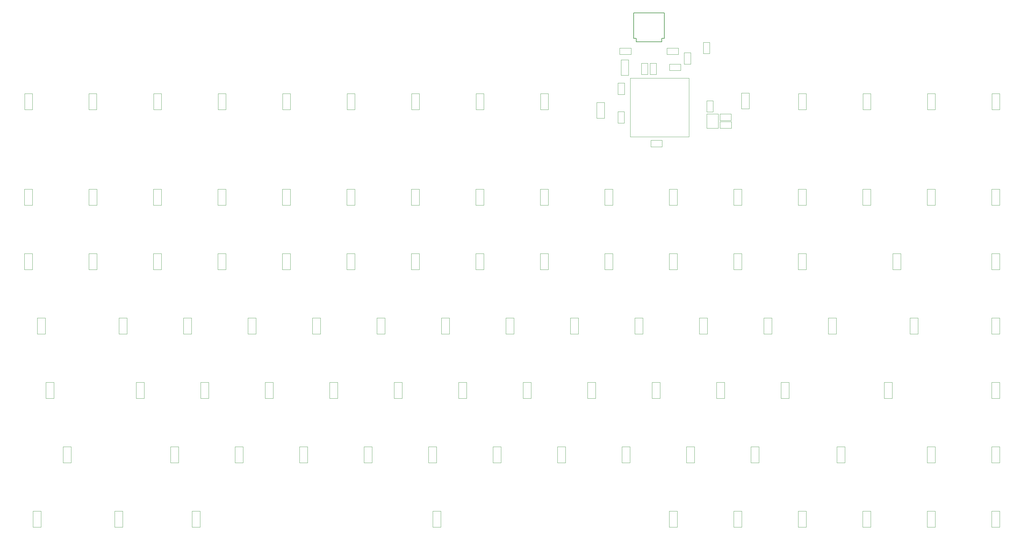
<source format=gbr>
G04 #@! TF.GenerationSoftware,KiCad,Pcbnew,(5.1.9-0-10_14)*
G04 #@! TF.CreationDate,2021-04-15T17:38:18+09:00*
G04 #@! TF.ProjectId,JupiterAdvanced,4a757069-7465-4724-9164-76616e636564,1*
G04 #@! TF.SameCoordinates,Original*
G04 #@! TF.FileFunction,Other,User*
%FSLAX46Y46*%
G04 Gerber Fmt 4.6, Leading zero omitted, Abs format (unit mm)*
G04 Created by KiCad (PCBNEW (5.1.9-0-10_14)) date 2021-04-15 17:38:18*
%MOMM*%
%LPD*%
G01*
G04 APERTURE LIST*
%ADD10C,0.050000*%
%ADD11C,0.150000*%
G04 APERTURE END LIST*
D10*
X260347420Y-98888580D02*
X262247420Y-98888580D01*
X262247420Y-98888580D02*
X262247420Y-95528580D01*
X262247420Y-95528580D02*
X260347420Y-95528580D01*
X260347420Y-95528580D02*
X260347420Y-98888580D01*
X262867100Y-98888580D02*
X264767100Y-98888580D01*
X264767100Y-98888580D02*
X264767100Y-95528580D01*
X264767100Y-95528580D02*
X262867100Y-95528580D01*
X262867100Y-95528580D02*
X262867100Y-98888580D01*
X283049100Y-110559520D02*
X283049100Y-114759520D01*
X279649100Y-110559520D02*
X283049100Y-110559520D01*
X279649100Y-114759520D02*
X279649100Y-110559520D01*
X283049100Y-114759520D02*
X279649100Y-114759520D01*
D11*
X266350240Y-89195980D02*
X266350240Y-88195980D01*
X258850240Y-89195980D02*
X266350240Y-89195980D01*
X258850240Y-88195980D02*
X258850240Y-89195980D01*
X258100240Y-80695980D02*
X258100240Y-88195980D01*
X267100240Y-80695980D02*
X258100240Y-80695980D01*
X267100240Y-88195980D02*
X267100240Y-80695980D01*
X266350240Y-88195980D02*
X267100240Y-88195980D01*
X258100240Y-88195980D02*
X258850240Y-88195980D01*
D10*
X274445320Y-99931820D02*
X274445320Y-117331820D01*
X257045320Y-99931820D02*
X257045320Y-117331820D01*
X257045320Y-117331820D02*
X274445320Y-117331820D01*
X257045320Y-99931820D02*
X274445320Y-99931820D01*
X280510020Y-92723520D02*
X280510020Y-89363520D01*
X278610020Y-92723520D02*
X280510020Y-92723520D01*
X278610020Y-89363520D02*
X278610020Y-92723520D01*
X280510020Y-89363520D02*
X278610020Y-89363520D01*
X266493020Y-118348720D02*
X263133020Y-118348720D01*
X266493020Y-120248720D02*
X266493020Y-118348720D01*
X263133020Y-120248720D02*
X266493020Y-120248720D01*
X263133020Y-118348720D02*
X263133020Y-120248720D01*
X253930120Y-92956420D02*
X257290120Y-92956420D01*
X253930120Y-91056420D02*
X253930120Y-92956420D01*
X257290120Y-91056420D02*
X253930120Y-91056420D01*
X257290120Y-92956420D02*
X257290120Y-91056420D01*
X271293620Y-91056420D02*
X267933620Y-91056420D01*
X271293620Y-92956420D02*
X271293620Y-91056420D01*
X267933620Y-92956420D02*
X271293620Y-92956420D01*
X267933620Y-91056420D02*
X267933620Y-92956420D01*
X254335420Y-94565120D02*
X254335420Y-99125120D01*
X256575420Y-94565120D02*
X254335420Y-94565120D01*
X256575420Y-99125120D02*
X256575420Y-94565120D01*
X254335420Y-99125120D02*
X256575420Y-99125120D01*
X366157120Y-232791620D02*
X363857120Y-232791620D01*
X363857120Y-228091620D02*
X363857120Y-232791620D01*
X366157120Y-228091620D02*
X363857120Y-228091620D01*
X366157120Y-232791620D02*
X366157120Y-228091620D01*
X366157120Y-213741620D02*
X363857120Y-213741620D01*
X363857120Y-209041620D02*
X363857120Y-213741620D01*
X366157120Y-209041620D02*
X363857120Y-209041620D01*
X366157120Y-213741620D02*
X366157120Y-209041620D01*
X366157120Y-194691620D02*
X363857120Y-194691620D01*
X363857120Y-189991620D02*
X363857120Y-194691620D01*
X366157120Y-189991620D02*
X363857120Y-189991620D01*
X366157120Y-194691620D02*
X366157120Y-189991620D01*
X366157120Y-175641620D02*
X363857120Y-175641620D01*
X363857120Y-170941620D02*
X363857120Y-175641620D01*
X366157120Y-170941620D02*
X363857120Y-170941620D01*
X366157120Y-175641620D02*
X366157120Y-170941620D01*
X366157120Y-156591620D02*
X363857120Y-156591620D01*
X363857120Y-151891620D02*
X363857120Y-156591620D01*
X366157120Y-151891620D02*
X363857120Y-151891620D01*
X366157120Y-156591620D02*
X366157120Y-151891620D01*
X366157120Y-137541620D02*
X363857120Y-137541620D01*
X363857120Y-132841620D02*
X363857120Y-137541620D01*
X366157120Y-132841620D02*
X363857120Y-132841620D01*
X366157120Y-137541620D02*
X366157120Y-132841620D01*
X366182520Y-109244820D02*
X363882520Y-109244820D01*
X363882520Y-104544820D02*
X363882520Y-109244820D01*
X366182520Y-104544820D02*
X363882520Y-104544820D01*
X366182520Y-109244820D02*
X366182520Y-104544820D01*
X347107120Y-232791620D02*
X344807120Y-232791620D01*
X344807120Y-228091620D02*
X344807120Y-232791620D01*
X347107120Y-228091620D02*
X344807120Y-228091620D01*
X347107120Y-232791620D02*
X347107120Y-228091620D01*
X347107120Y-213741620D02*
X344807120Y-213741620D01*
X344807120Y-209041620D02*
X344807120Y-213741620D01*
X347107120Y-209041620D02*
X344807120Y-209041620D01*
X347107120Y-213741620D02*
X347107120Y-209041620D01*
X342027120Y-175641620D02*
X339727120Y-175641620D01*
X339727120Y-170941620D02*
X339727120Y-175641620D01*
X342027120Y-170941620D02*
X339727120Y-170941620D01*
X342027120Y-175641620D02*
X342027120Y-170941620D01*
X336947120Y-156591620D02*
X334647120Y-156591620D01*
X334647120Y-151891620D02*
X334647120Y-156591620D01*
X336947120Y-151891620D02*
X334647120Y-151891620D01*
X336947120Y-156591620D02*
X336947120Y-151891620D01*
X347107120Y-137541620D02*
X344807120Y-137541620D01*
X344807120Y-132841620D02*
X344807120Y-137541620D01*
X347107120Y-132841620D02*
X344807120Y-132841620D01*
X347107120Y-137541620D02*
X347107120Y-132841620D01*
X347132520Y-109244820D02*
X344832520Y-109244820D01*
X344832520Y-104544820D02*
X344832520Y-109244820D01*
X347132520Y-104544820D02*
X344832520Y-104544820D01*
X347132520Y-109244820D02*
X347132520Y-104544820D01*
X328057120Y-232791620D02*
X325757120Y-232791620D01*
X325757120Y-228091620D02*
X325757120Y-232791620D01*
X328057120Y-228091620D02*
X325757120Y-228091620D01*
X328057120Y-232791620D02*
X328057120Y-228091620D01*
X320437120Y-213741620D02*
X318137120Y-213741620D01*
X318137120Y-209041620D02*
X318137120Y-213741620D01*
X320437120Y-209041620D02*
X318137120Y-209041620D01*
X320437120Y-213741620D02*
X320437120Y-209041620D01*
X334407120Y-194691620D02*
X332107120Y-194691620D01*
X332107120Y-189991620D02*
X332107120Y-194691620D01*
X334407120Y-189991620D02*
X332107120Y-189991620D01*
X334407120Y-194691620D02*
X334407120Y-189991620D01*
X317897120Y-175641620D02*
X315597120Y-175641620D01*
X315597120Y-170941620D02*
X315597120Y-175641620D01*
X317897120Y-170941620D02*
X315597120Y-170941620D01*
X317897120Y-175641620D02*
X317897120Y-170941620D01*
X328057120Y-137541620D02*
X325757120Y-137541620D01*
X325757120Y-132841620D02*
X325757120Y-137541620D01*
X328057120Y-132841620D02*
X325757120Y-132841620D01*
X328057120Y-137541620D02*
X328057120Y-132841620D01*
X328082520Y-109244820D02*
X325782520Y-109244820D01*
X325782520Y-104544820D02*
X325782520Y-109244820D01*
X328082520Y-104544820D02*
X325782520Y-104544820D01*
X328082520Y-109244820D02*
X328082520Y-104544820D01*
X309007120Y-232791620D02*
X306707120Y-232791620D01*
X306707120Y-228091620D02*
X306707120Y-232791620D01*
X309007120Y-228091620D02*
X306707120Y-228091620D01*
X309007120Y-232791620D02*
X309007120Y-228091620D01*
X303927120Y-194691620D02*
X301627120Y-194691620D01*
X301627120Y-189991620D02*
X301627120Y-194691620D01*
X303927120Y-189991620D02*
X301627120Y-189991620D01*
X303927120Y-194691620D02*
X303927120Y-189991620D01*
X298847120Y-175641620D02*
X296547120Y-175641620D01*
X296547120Y-170941620D02*
X296547120Y-175641620D01*
X298847120Y-170941620D02*
X296547120Y-170941620D01*
X298847120Y-175641620D02*
X298847120Y-170941620D01*
X309007120Y-156591620D02*
X306707120Y-156591620D01*
X306707120Y-151891620D02*
X306707120Y-156591620D01*
X309007120Y-151891620D02*
X306707120Y-151891620D01*
X309007120Y-156591620D02*
X309007120Y-151891620D01*
X309007120Y-137541620D02*
X306707120Y-137541620D01*
X306707120Y-132841620D02*
X306707120Y-137541620D01*
X309007120Y-132841620D02*
X306707120Y-132841620D01*
X309007120Y-137541620D02*
X309007120Y-132841620D01*
X309032520Y-109244820D02*
X306732520Y-109244820D01*
X306732520Y-104544820D02*
X306732520Y-109244820D01*
X309032520Y-104544820D02*
X306732520Y-104544820D01*
X309032520Y-109244820D02*
X309032520Y-104544820D01*
X289957120Y-232791620D02*
X287657120Y-232791620D01*
X287657120Y-228091620D02*
X287657120Y-232791620D01*
X289957120Y-228091620D02*
X287657120Y-228091620D01*
X289957120Y-232791620D02*
X289957120Y-228091620D01*
X295037120Y-213741620D02*
X292737120Y-213741620D01*
X292737120Y-209041620D02*
X292737120Y-213741620D01*
X295037120Y-209041620D02*
X292737120Y-209041620D01*
X295037120Y-213741620D02*
X295037120Y-209041620D01*
X284877120Y-194691620D02*
X282577120Y-194691620D01*
X282577120Y-189991620D02*
X282577120Y-194691620D01*
X284877120Y-189991620D02*
X282577120Y-189991620D01*
X284877120Y-194691620D02*
X284877120Y-189991620D01*
X279797120Y-175641620D02*
X277497120Y-175641620D01*
X277497120Y-170941620D02*
X277497120Y-175641620D01*
X279797120Y-170941620D02*
X277497120Y-170941620D01*
X279797120Y-175641620D02*
X279797120Y-170941620D01*
X289957120Y-156591620D02*
X287657120Y-156591620D01*
X287657120Y-151891620D02*
X287657120Y-156591620D01*
X289957120Y-151891620D02*
X287657120Y-151891620D01*
X289957120Y-156591620D02*
X289957120Y-151891620D01*
X289957120Y-137541620D02*
X287657120Y-137541620D01*
X287657120Y-132841620D02*
X287657120Y-137541620D01*
X289957120Y-132841620D02*
X287657120Y-132841620D01*
X289957120Y-137541620D02*
X289957120Y-132841620D01*
X292235020Y-109063020D02*
X289935020Y-109063020D01*
X289935020Y-104363020D02*
X289935020Y-109063020D01*
X292235020Y-104363020D02*
X289935020Y-104363020D01*
X292235020Y-109063020D02*
X292235020Y-104363020D01*
X270907120Y-232791620D02*
X268607120Y-232791620D01*
X268607120Y-228091620D02*
X268607120Y-232791620D01*
X270907120Y-228091620D02*
X268607120Y-228091620D01*
X270907120Y-232791620D02*
X270907120Y-228091620D01*
X275987120Y-213741620D02*
X273687120Y-213741620D01*
X273687120Y-209041620D02*
X273687120Y-213741620D01*
X275987120Y-209041620D02*
X273687120Y-209041620D01*
X275987120Y-213741620D02*
X275987120Y-209041620D01*
X265827120Y-194691620D02*
X263527120Y-194691620D01*
X263527120Y-189991620D02*
X263527120Y-194691620D01*
X265827120Y-189991620D02*
X263527120Y-189991620D01*
X265827120Y-194691620D02*
X265827120Y-189991620D01*
X260747120Y-175641620D02*
X258447120Y-175641620D01*
X258447120Y-170941620D02*
X258447120Y-175641620D01*
X260747120Y-170941620D02*
X258447120Y-170941620D01*
X260747120Y-175641620D02*
X260747120Y-170941620D01*
X270907120Y-156591620D02*
X268607120Y-156591620D01*
X268607120Y-151891620D02*
X268607120Y-156591620D01*
X270907120Y-151891620D02*
X268607120Y-151891620D01*
X270907120Y-156591620D02*
X270907120Y-151891620D01*
X270907120Y-137541620D02*
X268607120Y-137541620D01*
X268607120Y-132841620D02*
X268607120Y-137541620D01*
X270907120Y-132841620D02*
X268607120Y-132841620D01*
X270907120Y-137541620D02*
X270907120Y-132841620D01*
X256937120Y-213741620D02*
X254637120Y-213741620D01*
X254637120Y-209041620D02*
X254637120Y-213741620D01*
X256937120Y-209041620D02*
X254637120Y-209041620D01*
X256937120Y-213741620D02*
X256937120Y-209041620D01*
X246777120Y-194691620D02*
X244477120Y-194691620D01*
X244477120Y-189991620D02*
X244477120Y-194691620D01*
X246777120Y-189991620D02*
X244477120Y-189991620D01*
X246777120Y-194691620D02*
X246777120Y-189991620D01*
X241697120Y-175641620D02*
X239397120Y-175641620D01*
X239397120Y-170941620D02*
X239397120Y-175641620D01*
X241697120Y-170941620D02*
X239397120Y-170941620D01*
X241697120Y-175641620D02*
X241697120Y-170941620D01*
X251857120Y-156591620D02*
X249557120Y-156591620D01*
X249557120Y-151891620D02*
X249557120Y-156591620D01*
X251857120Y-151891620D02*
X249557120Y-151891620D01*
X251857120Y-156591620D02*
X251857120Y-151891620D01*
X251857120Y-137541620D02*
X249557120Y-137541620D01*
X249557120Y-132841620D02*
X249557120Y-137541620D01*
X251857120Y-132841620D02*
X249557120Y-132841620D01*
X251857120Y-137541620D02*
X251857120Y-132841620D01*
X249480720Y-111847860D02*
X247180720Y-111847860D01*
X247180720Y-107147860D02*
X247180720Y-111847860D01*
X249480720Y-107147860D02*
X247180720Y-107147860D01*
X249480720Y-111847860D02*
X249480720Y-107147860D01*
X237887120Y-213741620D02*
X235587120Y-213741620D01*
X235587120Y-209041620D02*
X235587120Y-213741620D01*
X237887120Y-209041620D02*
X235587120Y-209041620D01*
X237887120Y-213741620D02*
X237887120Y-209041620D01*
X227727120Y-194691620D02*
X225427120Y-194691620D01*
X225427120Y-189991620D02*
X225427120Y-194691620D01*
X227727120Y-189991620D02*
X225427120Y-189991620D01*
X227727120Y-194691620D02*
X227727120Y-189991620D01*
X222647120Y-175641620D02*
X220347120Y-175641620D01*
X220347120Y-170941620D02*
X220347120Y-175641620D01*
X222647120Y-170941620D02*
X220347120Y-170941620D01*
X222647120Y-175641620D02*
X222647120Y-170941620D01*
X232807120Y-156591620D02*
X230507120Y-156591620D01*
X230507120Y-151891620D02*
X230507120Y-156591620D01*
X232807120Y-151891620D02*
X230507120Y-151891620D01*
X232807120Y-156591620D02*
X232807120Y-151891620D01*
X232807120Y-137541620D02*
X230507120Y-137541620D01*
X230507120Y-132841620D02*
X230507120Y-137541620D01*
X232807120Y-132841620D02*
X230507120Y-132841620D01*
X232807120Y-137541620D02*
X232807120Y-132841620D01*
X232832520Y-109244820D02*
X230532520Y-109244820D01*
X230532520Y-104544820D02*
X230532520Y-109244820D01*
X232832520Y-104544820D02*
X230532520Y-104544820D01*
X232832520Y-109244820D02*
X232832520Y-104544820D01*
X218837120Y-213741620D02*
X216537120Y-213741620D01*
X216537120Y-209041620D02*
X216537120Y-213741620D01*
X218837120Y-209041620D02*
X216537120Y-209041620D01*
X218837120Y-213741620D02*
X218837120Y-209041620D01*
X208677120Y-194691620D02*
X206377120Y-194691620D01*
X206377120Y-189991620D02*
X206377120Y-194691620D01*
X208677120Y-189991620D02*
X206377120Y-189991620D01*
X208677120Y-194691620D02*
X208677120Y-189991620D01*
X203597120Y-175641620D02*
X201297120Y-175641620D01*
X201297120Y-170941620D02*
X201297120Y-175641620D01*
X203597120Y-170941620D02*
X201297120Y-170941620D01*
X203597120Y-175641620D02*
X203597120Y-170941620D01*
X213757120Y-156591620D02*
X211457120Y-156591620D01*
X211457120Y-151891620D02*
X211457120Y-156591620D01*
X213757120Y-151891620D02*
X211457120Y-151891620D01*
X213757120Y-156591620D02*
X213757120Y-151891620D01*
X213757120Y-137541620D02*
X211457120Y-137541620D01*
X211457120Y-132841620D02*
X211457120Y-137541620D01*
X213757120Y-132841620D02*
X211457120Y-132841620D01*
X213757120Y-137541620D02*
X213757120Y-132841620D01*
X213782520Y-109244820D02*
X211482520Y-109244820D01*
X211482520Y-104544820D02*
X211482520Y-109244820D01*
X213782520Y-104544820D02*
X211482520Y-104544820D01*
X213782520Y-109244820D02*
X213782520Y-104544820D01*
X201057120Y-232791620D02*
X198757120Y-232791620D01*
X198757120Y-228091620D02*
X198757120Y-232791620D01*
X201057120Y-228091620D02*
X198757120Y-228091620D01*
X201057120Y-232791620D02*
X201057120Y-228091620D01*
X199787120Y-213741620D02*
X197487120Y-213741620D01*
X197487120Y-209041620D02*
X197487120Y-213741620D01*
X199787120Y-209041620D02*
X197487120Y-209041620D01*
X199787120Y-213741620D02*
X199787120Y-209041620D01*
X189627120Y-194691620D02*
X187327120Y-194691620D01*
X187327120Y-189991620D02*
X187327120Y-194691620D01*
X189627120Y-189991620D02*
X187327120Y-189991620D01*
X189627120Y-194691620D02*
X189627120Y-189991620D01*
X184547120Y-175641620D02*
X182247120Y-175641620D01*
X182247120Y-170941620D02*
X182247120Y-175641620D01*
X184547120Y-170941620D02*
X182247120Y-170941620D01*
X184547120Y-175641620D02*
X184547120Y-170941620D01*
X194707120Y-156591620D02*
X192407120Y-156591620D01*
X192407120Y-151891620D02*
X192407120Y-156591620D01*
X194707120Y-151891620D02*
X192407120Y-151891620D01*
X194707120Y-156591620D02*
X194707120Y-151891620D01*
X194707120Y-137541620D02*
X192407120Y-137541620D01*
X192407120Y-132841620D02*
X192407120Y-137541620D01*
X194707120Y-132841620D02*
X192407120Y-132841620D01*
X194707120Y-137541620D02*
X194707120Y-132841620D01*
X194732520Y-109244820D02*
X192432520Y-109244820D01*
X192432520Y-104544820D02*
X192432520Y-109244820D01*
X194732520Y-104544820D02*
X192432520Y-104544820D01*
X194732520Y-109244820D02*
X194732520Y-104544820D01*
X180737120Y-213741620D02*
X178437120Y-213741620D01*
X178437120Y-209041620D02*
X178437120Y-213741620D01*
X180737120Y-209041620D02*
X178437120Y-209041620D01*
X180737120Y-213741620D02*
X180737120Y-209041620D01*
X170577120Y-194691620D02*
X168277120Y-194691620D01*
X168277120Y-189991620D02*
X168277120Y-194691620D01*
X170577120Y-189991620D02*
X168277120Y-189991620D01*
X170577120Y-194691620D02*
X170577120Y-189991620D01*
X165497120Y-175641620D02*
X163197120Y-175641620D01*
X163197120Y-170941620D02*
X163197120Y-175641620D01*
X165497120Y-170941620D02*
X163197120Y-170941620D01*
X165497120Y-175641620D02*
X165497120Y-170941620D01*
X175657120Y-156591620D02*
X173357120Y-156591620D01*
X173357120Y-151891620D02*
X173357120Y-156591620D01*
X175657120Y-151891620D02*
X173357120Y-151891620D01*
X175657120Y-156591620D02*
X175657120Y-151891620D01*
X175657120Y-137541620D02*
X173357120Y-137541620D01*
X173357120Y-132841620D02*
X173357120Y-137541620D01*
X175657120Y-132841620D02*
X173357120Y-132841620D01*
X175657120Y-137541620D02*
X175657120Y-132841620D01*
X175682520Y-109244820D02*
X173382520Y-109244820D01*
X173382520Y-104544820D02*
X173382520Y-109244820D01*
X175682520Y-104544820D02*
X173382520Y-104544820D01*
X175682520Y-109244820D02*
X175682520Y-104544820D01*
X161687120Y-213741620D02*
X159387120Y-213741620D01*
X159387120Y-209041620D02*
X159387120Y-213741620D01*
X161687120Y-209041620D02*
X159387120Y-209041620D01*
X161687120Y-213741620D02*
X161687120Y-209041620D01*
X151527120Y-194691620D02*
X149227120Y-194691620D01*
X149227120Y-189991620D02*
X149227120Y-194691620D01*
X151527120Y-189991620D02*
X149227120Y-189991620D01*
X151527120Y-194691620D02*
X151527120Y-189991620D01*
X146447120Y-175641620D02*
X144147120Y-175641620D01*
X144147120Y-170941620D02*
X144147120Y-175641620D01*
X146447120Y-170941620D02*
X144147120Y-170941620D01*
X146447120Y-175641620D02*
X146447120Y-170941620D01*
X156607120Y-156591620D02*
X154307120Y-156591620D01*
X154307120Y-151891620D02*
X154307120Y-156591620D01*
X156607120Y-151891620D02*
X154307120Y-151891620D01*
X156607120Y-156591620D02*
X156607120Y-151891620D01*
X156607120Y-137541620D02*
X154307120Y-137541620D01*
X154307120Y-132841620D02*
X154307120Y-137541620D01*
X156607120Y-132841620D02*
X154307120Y-132841620D01*
X156607120Y-137541620D02*
X156607120Y-132841620D01*
X156632520Y-109244820D02*
X154332520Y-109244820D01*
X154332520Y-104544820D02*
X154332520Y-109244820D01*
X156632520Y-104544820D02*
X154332520Y-104544820D01*
X156632520Y-109244820D02*
X156632520Y-104544820D01*
X129937120Y-232791620D02*
X127637120Y-232791620D01*
X127637120Y-228091620D02*
X127637120Y-232791620D01*
X129937120Y-228091620D02*
X127637120Y-228091620D01*
X129937120Y-232791620D02*
X129937120Y-228091620D01*
X142637120Y-213741620D02*
X140337120Y-213741620D01*
X140337120Y-209041620D02*
X140337120Y-213741620D01*
X142637120Y-209041620D02*
X140337120Y-209041620D01*
X142637120Y-213741620D02*
X142637120Y-209041620D01*
X132477120Y-194691620D02*
X130177120Y-194691620D01*
X130177120Y-189991620D02*
X130177120Y-194691620D01*
X132477120Y-189991620D02*
X130177120Y-189991620D01*
X132477120Y-194691620D02*
X132477120Y-189991620D01*
X127397120Y-175641620D02*
X125097120Y-175641620D01*
X125097120Y-170941620D02*
X125097120Y-175641620D01*
X127397120Y-170941620D02*
X125097120Y-170941620D01*
X127397120Y-175641620D02*
X127397120Y-170941620D01*
X137557120Y-156591620D02*
X135257120Y-156591620D01*
X135257120Y-151891620D02*
X135257120Y-156591620D01*
X137557120Y-151891620D02*
X135257120Y-151891620D01*
X137557120Y-156591620D02*
X137557120Y-151891620D01*
X137557120Y-137541620D02*
X135257120Y-137541620D01*
X135257120Y-132841620D02*
X135257120Y-137541620D01*
X137557120Y-132841620D02*
X135257120Y-132841620D01*
X137557120Y-137541620D02*
X137557120Y-132841620D01*
X137582520Y-109244820D02*
X135282520Y-109244820D01*
X135282520Y-104544820D02*
X135282520Y-109244820D01*
X137582520Y-104544820D02*
X135282520Y-104544820D01*
X137582520Y-109244820D02*
X137582520Y-104544820D01*
X123587120Y-213741620D02*
X121287120Y-213741620D01*
X121287120Y-209041620D02*
X121287120Y-213741620D01*
X123587120Y-209041620D02*
X121287120Y-209041620D01*
X123587120Y-213741620D02*
X123587120Y-209041620D01*
X113427120Y-194691620D02*
X111127120Y-194691620D01*
X111127120Y-189991620D02*
X111127120Y-194691620D01*
X113427120Y-189991620D02*
X111127120Y-189991620D01*
X113427120Y-194691620D02*
X113427120Y-189991620D01*
X108347120Y-175641620D02*
X106047120Y-175641620D01*
X106047120Y-170941620D02*
X106047120Y-175641620D01*
X108347120Y-170941620D02*
X106047120Y-170941620D01*
X108347120Y-175641620D02*
X108347120Y-170941620D01*
X118507120Y-156591620D02*
X116207120Y-156591620D01*
X116207120Y-151891620D02*
X116207120Y-156591620D01*
X118507120Y-151891620D02*
X116207120Y-151891620D01*
X118507120Y-156591620D02*
X118507120Y-151891620D01*
X118507120Y-137541620D02*
X116207120Y-137541620D01*
X116207120Y-132841620D02*
X116207120Y-137541620D01*
X118507120Y-132841620D02*
X116207120Y-132841620D01*
X118507120Y-137541620D02*
X118507120Y-132841620D01*
X118532520Y-109244820D02*
X116232520Y-109244820D01*
X116232520Y-104544820D02*
X116232520Y-109244820D01*
X118532520Y-104544820D02*
X116232520Y-104544820D01*
X118532520Y-109244820D02*
X118532520Y-104544820D01*
X107077120Y-232791620D02*
X104777120Y-232791620D01*
X104777120Y-228091620D02*
X104777120Y-232791620D01*
X107077120Y-228091620D02*
X104777120Y-228091620D01*
X107077120Y-232791620D02*
X107077120Y-228091620D01*
X91837120Y-213741620D02*
X89537120Y-213741620D01*
X89537120Y-209041620D02*
X89537120Y-213741620D01*
X91837120Y-209041620D02*
X89537120Y-209041620D01*
X91837120Y-213741620D02*
X91837120Y-209041620D01*
X99457120Y-156591620D02*
X97157120Y-156591620D01*
X97157120Y-151891620D02*
X97157120Y-156591620D01*
X99457120Y-151891620D02*
X97157120Y-151891620D01*
X99457120Y-156591620D02*
X99457120Y-151891620D01*
X99457120Y-137541620D02*
X97157120Y-137541620D01*
X97157120Y-132841620D02*
X97157120Y-137541620D01*
X99457120Y-132841620D02*
X97157120Y-132841620D01*
X99457120Y-137541620D02*
X99457120Y-132841620D01*
X99431720Y-109270220D02*
X97131720Y-109270220D01*
X97131720Y-104570220D02*
X97131720Y-109270220D01*
X99431720Y-104570220D02*
X97131720Y-104570220D01*
X99431720Y-109270220D02*
X99431720Y-104570220D01*
X82947120Y-232791620D02*
X80647120Y-232791620D01*
X80647120Y-228091620D02*
X80647120Y-232791620D01*
X82947120Y-228091620D02*
X80647120Y-228091620D01*
X82947120Y-232791620D02*
X82947120Y-228091620D01*
X86757120Y-194691620D02*
X84457120Y-194691620D01*
X84457120Y-189991620D02*
X84457120Y-194691620D01*
X86757120Y-189991620D02*
X84457120Y-189991620D01*
X86757120Y-194691620D02*
X86757120Y-189991620D01*
X84217120Y-175641620D02*
X81917120Y-175641620D01*
X81917120Y-170941620D02*
X81917120Y-175641620D01*
X84217120Y-170941620D02*
X81917120Y-170941620D01*
X84217120Y-175641620D02*
X84217120Y-170941620D01*
X80407120Y-156591620D02*
X78107120Y-156591620D01*
X78107120Y-151891620D02*
X78107120Y-156591620D01*
X80407120Y-151891620D02*
X78107120Y-151891620D01*
X80407120Y-156591620D02*
X80407120Y-151891620D01*
X80407120Y-137541620D02*
X78107120Y-137541620D01*
X78107120Y-132841620D02*
X78107120Y-137541620D01*
X80407120Y-132841620D02*
X78107120Y-132841620D01*
X80407120Y-137541620D02*
X80407120Y-132841620D01*
X80432520Y-109244820D02*
X78132520Y-109244820D01*
X78132520Y-104544820D02*
X78132520Y-109244820D01*
X80432520Y-104544820D02*
X78132520Y-104544820D01*
X80432520Y-109244820D02*
X80432520Y-104544820D01*
X274909320Y-95835020D02*
X274909320Y-92475020D01*
X273009320Y-95835020D02*
X274909320Y-95835020D01*
X273009320Y-92475020D02*
X273009320Y-95835020D01*
X274909320Y-92475020D02*
X273009320Y-92475020D01*
X286891520Y-110576320D02*
X283531520Y-110576320D01*
X286891520Y-112476320D02*
X286891520Y-110576320D01*
X283531520Y-112476320D02*
X286891520Y-112476320D01*
X283531520Y-110576320D02*
X283531520Y-112476320D01*
X286916920Y-112849620D02*
X283556920Y-112849620D01*
X286916920Y-114749620D02*
X286916920Y-112849620D01*
X283556920Y-114749620D02*
X286916920Y-114749620D01*
X283556920Y-112849620D02*
X283556920Y-114749620D01*
X255325920Y-104763120D02*
X255325920Y-101403120D01*
X253425920Y-104763120D02*
X255325920Y-104763120D01*
X253425920Y-101403120D02*
X253425920Y-104763120D01*
X255325920Y-101403120D02*
X253425920Y-101403120D01*
X271981720Y-95818920D02*
X268621720Y-95818920D01*
X271981720Y-97718920D02*
X271981720Y-95818920D01*
X268621720Y-97718920D02*
X271981720Y-97718920D01*
X268621720Y-95818920D02*
X268621720Y-97718920D01*
X281526020Y-109993220D02*
X281526020Y-106633220D01*
X279626020Y-109993220D02*
X281526020Y-109993220D01*
X279626020Y-106633220D02*
X279626020Y-109993220D01*
X281526020Y-106633220D02*
X279626020Y-106633220D01*
X253413220Y-109869420D02*
X253413220Y-113229420D01*
X255313220Y-109869420D02*
X253413220Y-109869420D01*
X255313220Y-113229420D02*
X255313220Y-109869420D01*
X253413220Y-113229420D02*
X255313220Y-113229420D01*
M02*

</source>
